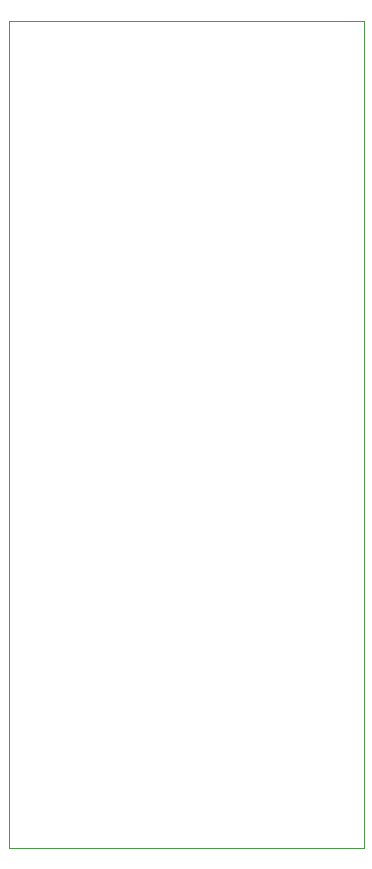
<source format=gbr>
%TF.GenerationSoftware,KiCad,Pcbnew,(5.1.10)-1*%
%TF.CreationDate,2022-02-04T18:44:23-05:00*%
%TF.ProjectId,BIGRIG_OUTPUT,42494752-4947-45f4-9f55-545055542e6b,rev?*%
%TF.SameCoordinates,Original*%
%TF.FileFunction,Profile,NP*%
%FSLAX46Y46*%
G04 Gerber Fmt 4.6, Leading zero omitted, Abs format (unit mm)*
G04 Created by KiCad (PCBNEW (5.1.10)-1) date 2022-02-04 18:44:23*
%MOMM*%
%LPD*%
G01*
G04 APERTURE LIST*
%TA.AperFunction,Profile*%
%ADD10C,0.050000*%
%TD*%
G04 APERTURE END LIST*
D10*
X40000000Y-100000000D02*
X40000000Y-30000000D01*
X70000000Y-100000000D02*
X40000000Y-100000000D01*
X70000000Y-30000000D02*
X70000000Y-100000000D01*
X40000000Y-30000000D02*
X70000000Y-30000000D01*
M02*

</source>
